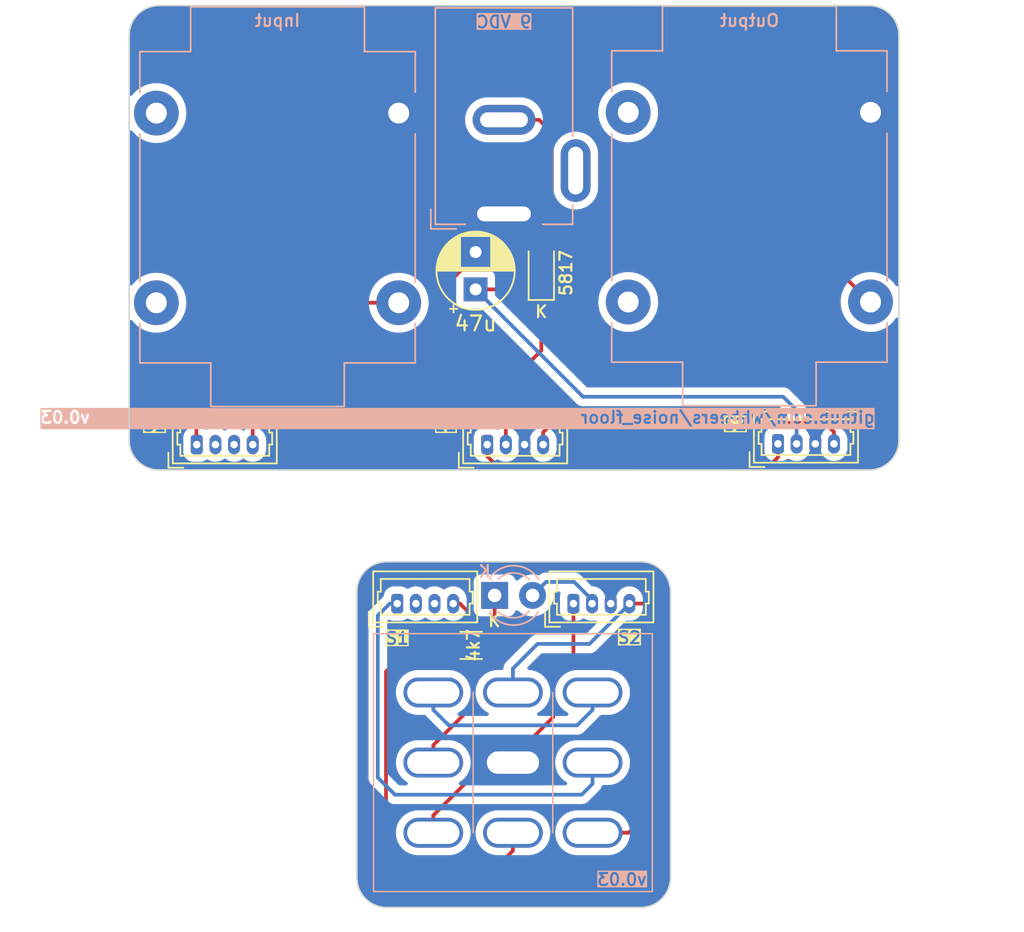
<source format=kicad_pcb>
(kicad_pcb (version 20221018) (generator pcbnew)
  (title_block (title "Noise Floor Interface Boards") (date "2023-03-03") (rev "v0.03") (comment 1 "github.com/whbeers/noise_floor"))
  (layers (0 "F.Cu" signal) (31 "B.Cu" signal) (36 "B.SilkS" user "B.Silkscreen") (37 "F.SilkS" user "F.Silkscreen") (38 "B.Mask" user) (39 "F.Mask" user) (44 "Edge.Cuts" user))
  (net 0 "")
  (net 1 "/DC_SHIELD")
  (net 2 "Net-(SW1A-A1)")
  (net 3 "/INPUT_TIP_IO")
  (net 4 "/OUTPUT_TIP_IO")
  (net 5 "/EFFECT_INPUT_IO")
  (net 6 "/9V0_IO")
  (net 7 "/EFFECT_OUTPUT_IO")
  (net 8 "/INPUT_TIP_SW")
  (net 9 "/OUTPUT_TIP_SW")
  (net 10 "/EFFECT_INPUT_SW")
  (net 11 "/GND_SW")
  (net 12 "GND")
  (net 13 "/EFFECT_OUTPUT_SW")
  (net 18 "Net-(D1-K)")
  (net 23 "/9V0_SW")
  (net 24 "Net-(SW1B-B3)")
  (footprint "Connector_Molex:Molex_PicoBlade_53047-0410_1x04_P1.25mm_Vertical" (layer "F.Cu") (at 58.4 44.7)
    (fp_text reference "J6")
    (fp_text value "IO/Switch Connector 2 (IO Side) [S2]")
    (fp_text user "S2" (at -2.85 -1.3 unlocked) (layer "F.SilkS" knockout) (effects (font (size 0.8 0.8))))
    (fp_line (start -1.9 1.55) (end -1.9 0.55) (stroke (width 0.12)) (layer "F.SilkS"))
    (fp_line (start -1.9 1.55) (end -0.9 1.55) (stroke (width 0.12)) (layer "F.SilkS"))
    (fp_line (start -1.61 -2.16) (end -1.61 1.26) (stroke (width 0.12)) (layer "F.SilkS"))
    (fp_line (start -1.61 1.26) (end 5.36 1.26) (stroke (width 0.12)) (layer "F.SilkS"))
    (fp_line (start -1.3 -0.8) (end -1.1 -0.8) (stroke (width 0.12)) (layer "F.SilkS"))
    (fp_line (start -1.3 0) (end -1.3 -0.8) (stroke (width 0.12)) (layer "F.SilkS"))
    (fp_line (start -1.1 -1.65) (end 1.875 -1.65) (stroke (width 0.12)) (layer "F.SilkS"))
    (fp_line (start -1.1 -0.8) (end -1.1 -1.65) (stroke (width 0.12)) (layer "F.SilkS"))
    (fp_line (start -1.1 0) (end -1.3 0) (stroke (width 0.12)) (layer "F.SilkS"))
    (fp_line (start -1.1 0.75) (end -1.1 0) (stroke (width 0.12)) (layer "F.SilkS"))
    (fp_line (start 1.875 0.75) (end -1.1 0.75) (stroke (width 0.12)) (layer "F.SilkS"))
    (fp_line (start 1.875 0.75) (end 4.85 0.75) (stroke (width 0.12)) (layer "F.SilkS"))
    (fp_line (start 4.85 -1.65) (end 1.875 -1.65) (stroke (width 0.12)) (layer "F.SilkS"))
    (fp_line (start 4.85 -0.8) (end 4.85 -1.65) (stroke (width 0.12)) (layer "F.SilkS"))
    (fp_line (start 4.85 0) (end 5.05 0) (stroke (width 0.12)) (layer "F.SilkS"))
    (fp_line (start 4.85 0.75) (end 4.85 0) (stroke (width 0.12)) (layer "F.SilkS"))
    (fp_line (start 5.05 -0.8) (end 4.85 -0.8) (stroke (width 0.12)) (layer "F.SilkS"))
    (fp_line (start 5.05 0) (end 5.05 -0.8) (stroke (width 0.12)) (layer "F.SilkS"))
    (fp_line (start 5.36 -2.16) (end -1.61 -2.16) (stroke (width 0.12)) (layer "F.SilkS"))
    (fp_line (start 5.36 1.26) (end 5.36 -2.16) (stroke (width 0.12)) (layer "F.SilkS"))
    (pad "1" thru_hole roundrect (at 0 0) (size 0.8 1.3) (drill 0.5) (layers "*.Cu" "*.Mask") (net 7 "/EFFECT_OUTPUT_IO"))
    (pad "2" thru_hole oval (at 1.25 0) (size 0.8 1.3) (drill 0.5) (layers "*.Cu" "*.Mask") (net 6 "/9V0_IO"))
    (pad "3" thru_hole oval (at 2.5 0) (size 0.8 1.3) (drill 0.5) (layers "*.Cu" "*.Mask") (net 12 "GND"))
    (pad "4" thru_hole oval (at 3.75 0) (size 0.8 1.3) (drill 0.5) (layers "*.Cu" "*.Mask") (net 5 "/EFFECT_INPUT_IO"))
  )
  (footprint "Connector_Molex:Molex_PicoBlade_53047-0410_1x04_P1.25mm_Vertical" (layer "F.Cu") (at 38.925 44.75)
    (fp_text reference "J4")
    (fp_text value "IO/Effect Connector 1 (IO Side) [E1]")
    (fp_text user "E1" (at -2.775 -1.3 unlocked) (layer "F.SilkS" knockout) (effects (font (size 0.8 0.8))))
    (fp_line (start -1.9 1.55) (end -1.9 0.55) (stroke (width 0.12)) (layer "F.SilkS"))
    (fp_line (start -1.9 1.55) (end -0.9 1.55) (stroke (width 0.12)) (layer "F.SilkS"))
    (fp_line (start -1.61 -2.16) (end -1.61 1.26) (stroke (width 0.12)) (layer "F.SilkS"))
    (fp_line (start -1.61 1.26) (end 5.36 1.26) (stroke (width 0.12)) (layer "F.SilkS"))
    (fp_line (start -1.3 -0.8) (end -1.1 -0.8) (stroke (width 0.12)) (layer "F.SilkS"))
    (fp_line (start -1.3 0) (end -1.3 -0.8) (stroke (width 0.12)) (layer "F.SilkS"))
    (fp_line (start -1.1 -1.65) (end 1.875 -1.65) (stroke (width 0.12)) (layer "F.SilkS"))
    (fp_line (start -1.1 -0.8) (end -1.1 -1.65) (stroke (width 0.12)) (layer "F.SilkS"))
    (fp_line (start -1.1 0) (end -1.3 0) (stroke (width 0.12)) (layer "F.SilkS"))
    (fp_line (start -1.1 0.75) (end -1.1 0) (stroke (width 0.12)) (layer "F.SilkS"))
    (fp_line (start 1.875 0.75) (end -1.1 0.75) (stroke (width 0.12)) (layer "F.SilkS"))
    (fp_line (start 1.875 0.75) (end 4.85 0.75) (stroke (width 0.12)) (layer "F.SilkS"))
    (fp_line (start 4.85 -1.65) (end 1.875 -1.65) (stroke (width 0.12)) (layer "F.SilkS"))
    (fp_line (start 4.85 -0.8) (end 4.85 -1.65) (stroke (width 0.12)) (layer "F.SilkS"))
    (fp_line (start 4.85 0) (end 5.05 0) (stroke (width 0.12)) (layer "F.SilkS"))
    (fp_line (start 4.85 0.75) (end 4.85 0) (stroke (width 0.12)) (layer "F.SilkS"))
    (fp_line (start 5.05 -0.8) (end 4.85 -0.8) (stroke (width 0.12)) (layer "F.SilkS"))
    (fp_line (start 5.05 0) (end 5.05 -0.8) (stroke (width 0.12)) (layer "F.SilkS"))
    (fp_line (start 5.36 -2.16) (end -1.61 -2.16) (stroke (width 0.12)) (layer "F.SilkS"))
    (fp_line (start 5.36 1.26) (end 5.36 -2.16) (stroke (width 0.12)) (layer "F.SilkS"))
    (pad "1" thru_hole roundrect (at 0 0) (size 0.8 1.3) (drill 0.5) (layers "*.Cu" "*.Mask") (net 7 "/EFFECT_OUTPUT_IO"))
    (pad "2" thru_hole oval (at 1.25 0) (size 0.8 1.3) (drill 0.5) (layers "*.Cu" "*.Mask") (net 6 "/9V0_IO"))
    (pad "3" thru_hole oval (at 2.5 0) (size 0.8 1.3) (drill 0.5) (layers "*.Cu" "*.Mask") (net 12 "GND"))
    (pad "4" thru_hole oval (at 3.75 0) (size 0.8 1.3) (drill 0.5) (layers "*.Cu" "*.Mask") (net 5 "/EFFECT_INPUT_IO"))
  )
  (footprint "Connector_Molex:Molex_PicoBlade_53047-0410_1x04_P1.25mm_Vertical" (layer "F.Cu") (at 19.475 44.75)
    (fp_text reference "J5")
    (fp_text value "IO/Switch Connector 1 (IO Side) [S1]")
    (fp_text user "S1" (at -2.825 -1.3 unlocked) (layer "F.SilkS" knockout) (effects (font (size 0.8 0.8))))
    (fp_line (start -1.9 1.55) (end -1.9 0.55) (stroke (width 0.12)) (layer "F.SilkS"))
    (fp_line (start -1.9 1.55) (end -0.9 1.55) (stroke (width 0.12)) (layer "F.SilkS"))
    (fp_line (start -1.61 -2.16) (end -1.61 1.26) (stroke (width 0.12)) (layer "F.SilkS"))
    (fp_line (start -1.61 1.26) (end 5.36 1.26) (stroke (width 0.12)) (layer "F.SilkS"))
    (fp_line (start -1.3 -0.8) (end -1.1 -0.8) (stroke (width 0.12)) (layer "F.SilkS"))
    (fp_line (start -1.3 0) (end -1.3 -0.8) (stroke (width 0.12)) (layer "F.SilkS"))
    (fp_line (start -1.1 -1.65) (end 1.875 -1.65) (stroke (width 0.12)) (layer "F.SilkS"))
    (fp_line (start -1.1 -0.8) (end -1.1 -1.65) (stroke (width 0.12)) (layer "F.SilkS"))
    (fp_line (start -1.1 0) (end -1.3 0) (stroke (width 0.12)) (layer "F.SilkS"))
    (fp_line (start -1.1 0.75) (end -1.1 0) (stroke (width 0.12)) (layer "F.SilkS"))
    (fp_line (start 1.875 0.75) (end -1.1 0.75) (stroke (width 0.12)) (layer "F.SilkS"))
    (fp_line (start 1.875 0.75) (end 4.85 0.75) (stroke (width 0.12)) (layer "F.SilkS"))
    (fp_line (start 4.85 -1.65) (end 1.875 -1.65) (stroke (width 0.12)) (layer "F.SilkS"))
    (fp_line (start 4.85 -0.8) (end 4.85 -1.65) (stroke (width 0.12)) (layer "F.SilkS"))
    (fp_line (start 4.85 0) (end 5.05 0) (stroke (width 0.12)) (layer "F.SilkS"))
    (fp_line (start 4.85 0.75) (end 4.85 0) (stroke (width 0.12)) (layer "F.SilkS"))
    (fp_line (start 5.05 -0.8) (end 4.85 -0.8) (stroke (width 0.12)) (layer "F.SilkS"))
    (fp_line (start 5.05 0) (end 5.05 -0.8) (stroke (width 0.12)) (layer "F.SilkS"))
    (fp_line (start 5.36 -2.16) (end -1.61 -2.16) (stroke (width 0.12)) (layer "F.SilkS"))
    (fp_line (start 5.36 1.26) (end 5.36 -2.16) (stroke (width 0.12)) (layer "F.SilkS"))
    (pad "1" thru_hole roundrect (at 0 0) (size 0.8 1.3) (drill 0.5) (layers "*.Cu" "*.Mask") (net 3 "/INPUT_TIP_IO"))
    (pad "2" thru_hole oval (at 1.25 0) (size 0.8 1.3) (drill 0.5) (layers "*.Cu" "*.Mask"))
    (pad "3" thru_hole oval (at 2.5 0) (size 0.8 1.3) (drill 0.5) (layers "*.Cu" "*.Mask"))
    (pad "4" thru_hole oval (at 3.75 0) (size 0.8 1.3) (drill 0.5) (layers "*.Cu" "*.Mask") (net 4 "/OUTPUT_TIP_IO"))
  )
  (footprint "Connector_Molex:Molex_PicoBlade_53047-0410_1x04_P1.25mm_Vertical" (layer "F.Cu") (at 44.7 55.4)
    (fp_text reference "J8")
    (fp_text value "IO/Switch Connector 2 (Switch Side) [S2]")
    (fp_text user "S2" (at 3.75 2.75 unlocked) (layer "F.SilkS" knockout) (effects (font (size 0.8 0.8)) (justify bottom)))
    (fp_line (start -1.9 1.55) (end -1.9 0.55) (stroke (width 0.12)) (layer "F.SilkS"))
    (fp_line (start -1.9 1.55) (end -0.9 1.55) (stroke (width 0.12)) (layer "F.SilkS"))
    (fp_line (start -1.61 -2.16) (end -1.61 1.26) (stroke (width 0.12)) (layer "F.SilkS"))
    (fp_line (start -1.61 1.26) (end 5.36 1.26) (stroke (width 0.12)) (layer "F.SilkS"))
    (fp_line (start -1.3 -0.8) (end -1.1 -0.8) (stroke (width 0.12)) (layer "F.SilkS"))
    (fp_line (start -1.3 0) (end -1.3 -0.8) (stroke (width 0.12)) (layer "F.SilkS"))
    (fp_line (start -1.1 -1.65) (end 1.875 -1.65) (stroke (width 0.12)) (layer "F.SilkS"))
    (fp_line (start -1.1 -0.8) (end -1.1 -1.65) (stroke (width 0.12)) (layer "F.SilkS"))
    (fp_line (start -1.1 0) (end -1.3 0) (stroke (width 0.12)) (layer "F.SilkS"))
    (fp_line (start -1.1 0.75) (end -1.1 0) (stroke (width 0.12)) (layer "F.SilkS"))
    (fp_line (start 1.875 0.75) (end -1.1 0.75) (stroke (width 0.12)) (layer "F.SilkS"))
    (fp_line (start 1.875 0.75) (end 4.85 0.75) (stroke (width 0.12)) (layer "F.SilkS"))
    (fp_line (start 4.85 -1.65) (end 1.875 -1.65) (stroke (width 0.12)) (layer "F.SilkS"))
    (fp_line (start 4.85 -0.8) (end 4.85 -1.65) (stroke (width 0.12)) (layer "F.SilkS"))
    (fp_line (start 4.85 0) (end 5.05 0) (stroke (width 0.12)) (layer "F.SilkS"))
    (fp_line (start 4.85 0.75) (end 4.85 0) (stroke (width 0.12)) (layer "F.SilkS"))
    (fp_line (start 5.05 -0.8) (end 4.85 -0.8) (stroke (width 0.12)) (layer "F.SilkS"))
    (fp_line (start 5.05 0) (end 5.05 -0.8) (stroke (width 0.12)) (layer "F.SilkS"))
    (fp_line (start 5.36 -2.16) (end -1.61 -2.16) (stroke (width 0.12)) (layer "F.SilkS"))
    (fp_line (start 5.36 1.26) (end 5.36 -2.16) (stroke (width 0.12)) (layer "F.SilkS"))
    (pad "1" thru_hole roundrect (at 0 0) (size 0.8 1.3) (drill 0.5) (layers "*.Cu" "*.Mask") (net 13 "/EFFECT_OUTPUT_SW"))
    (pad "2" thru_hole oval (at 1.25 0) (size 0.8 1.3) (drill 0.5) (layers "*.Cu" "*.Mask") (net 23 "/9V0_SW"))
    (pad "3" thru_hole oval (at 2.5 0) (size 0.8 1.3) (drill 0.5) (layers "*.Cu" "*.Mask") (net 11 "/GND_SW"))
    (pad "4" thru_hole oval (at 3.75 0) (size 0.8 1.3) (drill 0.5) (layers "*.Cu" "*.Mask") (net 10 "/EFFECT_INPUT_SW"))
  )
  (footprint "Connector_Molex:Molex_PicoBlade_53047-0410_1x04_P1.25mm_Vertical" (layer "F.Cu") (at 32.9 55.4)
    (fp_text reference "J7")
    (fp_text value "IO/Switch Connector 1 (Switch Side) [S1]")
    (fp_text user "S1" (at 0 2.8 unlocked) (layer "F.SilkS" knockout) (effects (font (size 0.8 0.8)) (justify bottom)))
    (fp_line (start -1.9 1.55) (end -1.9 0.55) (stroke (width 0.12)) (layer "F.SilkS"))
    (fp_line (start -1.9 1.55) (end -0.9 1.55) (stroke (width 0.12)) (layer "F.SilkS"))
    (fp_line (start -1.61 -2.16) (end -1.61 1.26) (stroke (width 0.12)) (layer "F.SilkS"))
    (fp_line (start -1.61 1.26) (end 5.36 1.26) (stroke (width 0.12)) (layer "F.SilkS"))
    (fp_line (start -1.3 -0.8) (end -1.1 -0.8) (stroke (width 0.12)) (layer "F.SilkS"))
    (fp_line (start -1.3 0) (end -1.3 -0.8) (stroke (width 0.12)) (layer "F.SilkS"))
    (fp_line (start -1.1 -1.65) (end 1.875 -1.65) (stroke (width 0.12)) (layer "F.SilkS"))
    (fp_line (start -1.1 -0.8) (end -1.1 -1.65) (stroke (width 0.12)) (layer "F.SilkS"))
    (fp_line (start -1.1 0) (end -1.3 0) (stroke (width 0.12)) (layer "F.SilkS"))
    (fp_line (start -1.1 0.75) (end -1.1 0) (stroke (width 0.12)) (layer "F.SilkS"))
    (fp_line (start 1.875 0.75) (end -1.1 0.75) (stroke (width 0.12)) (layer "F.SilkS"))
    (fp_line (start 1.875 0.75) (end 4.85 0.75) (stroke (width 0.12)) (layer "F.SilkS"))
    (fp_line (start 4.85 -1.65) (end 1.875 -1.65) (stroke (width 0.12)) (layer "F.SilkS"))
    (fp_line (start 4.85 -0.8) (end 4.85 -1.65) (stroke (width 0.12)) (layer "F.SilkS"))
    (fp_line (start 4.85 0) (end 5.05 0) (stroke (width 0.12)) (layer "F.SilkS"))
    (fp_line (start 4.85 0.75) (end 4.85 0) (stroke (width 0.12)) (layer "F.SilkS"))
    (fp_line (start 5.05 -0.8) (end 4.85 -0.8) (stroke (width 0.12)) (layer "F.SilkS"))
    (fp_line (start 5.05 0) (end 5.05 -0.8) (stroke (width 0.12)) (layer "F.SilkS"))
    (fp_line (start 5.36 -2.16) (end -1.61 -2.16) (stroke (width 0.12)) (layer "F.SilkS"))
    (fp_line (start 5.36 1.26) (end 5.36 -2.16) (stroke (width 0.12)) (layer "F.SilkS"))
    (pad "1" thru_hole roundrect (at 0 0) (size 0.8 1.3) (drill 0.5) (layers "*.Cu" "*.Mask") (net 8 "/INPUT_TIP_SW"))
    (pad "2" thru_hole oval (at 1.25 0) (size 0.8 1.3) (drill 0.5) (layers "*.Cu" "*.Mask"))
    (pad "3" thru_hole oval (at 2.5 0) (size 0.8 1.3) (drill 0.5) (layers "*.Cu" "*.Mask"))
    (pad "4" thru_hole oval (at 3.75 0) (size 0.8 1.3) (drill 0.5) (layers "*.Cu" "*.Mask") (net 9 "/OUTPUT_TIP_SW"))
  )
  (footprint "Resistor_SMD:R_1206_3216Metric_Pad1.30x1.75mm_HandSolder" (layer "F.Cu") (at 37.85 58.2 180)
    (fp_text reference "R1")
    (fp_text value "4k7" (at -0.15 0 270) (layer "F.SilkS") (effects (font (size 0.8 0.8))))
    (fp_line (start -0.727064 -0.91) (end 0.727064 -0.91) (stroke (width 0.12)) (layer "F.SilkS"))
    (fp_line (start -0.727064 0.91) (end 0.727064 0.91) (stroke (width 0.12)) (layer "F.SilkS"))
    (pad "1" smd roundrect (at -1.55 0 180) (size 1.3 1.75) (layers "F.Cu" "F.Paste" "F.Mask") (roundrect_rratio 0.192308) (net 18 "Net-(D1-K)"))
    (pad "2" smd roundrect (at 1.55 0 180) (size 1.3 1.75) (layers "F.Cu" "F.Paste" "F.Mask") (roundrect_rratio 0.192308) (net 24 "Net-(SW1B-B3)"))
  )
  (footprint "Capacitor_THT:CP_Radial_D5.0mm_P2.50mm" (layer "F.Cu") (at 38.15 34.355113 90)
    (fp_text reference "C1")
    (fp_text value "47u" (at -2.294887 0 180) (layer "F.SilkS"))
    (fp_line (start -1.554775 -1.475) (end -1.054775 -1.475) (stroke (width 0.12)) (layer "F.SilkS"))
    (fp_line (start -1.304775 -1.725) (end -1.304775 -1.225) (stroke (width 0.12)) (layer "F.SilkS"))
    (fp_line (start 1.25 -2.58) (end 1.25 2.58) (stroke (width 0.12)) (layer "F.SilkS"))
    (fp_line (start 1.29 -2.58) (end 1.29 2.58) (stroke (width 0.12)) (layer "F.SilkS"))
    (fp_line (start 1.33 -2.579) (end 1.33 2.579) (stroke (width 0.12)) (layer "F.SilkS"))
    (fp_line (start 1.37 -2.578) (end 1.37 2.578) (stroke (width 0.12)) (layer "F.SilkS"))
    (fp_line (start 1.41 -2.576) (end 1.41 2.576) (stroke (width 0.12)) (layer "F.SilkS"))
    (fp_line (start 1.45 -2.573) (end 1.45 2.573) (stroke (width 0.12)) (layer "F.SilkS"))
    (fp_line (start 1.49 -2.569) (end 1.49 -1.04) (stroke (width 0.12)) (layer "F.SilkS"))
    (fp_line (start 1.49 1.04) (end 1.49 2.569) (stroke (width 0.12)) (layer "F.SilkS"))
    (fp_line (start 1.53 -2.565) (end 1.53 -1.04) (stroke (width 0.12)) (layer "F.SilkS"))
    (fp_line (start 1.53 1.04) (end 1.53 2.565) (stroke (width 0.12)) (layer "F.SilkS"))
    (fp_line (start 1.57 -2.561) (end 1.57 -1.04) (stroke (width 0.12)) (layer "F.SilkS"))
    (fp_line (start 1.57 1.04) (end 1.57 2.561) (stroke (width 0.12)) (layer "F.SilkS"))
    (fp_line (start 1.61 -2.556) (end 1.61 -1.04) (stroke (width 0.12)) (layer "F.SilkS"))
    (fp_line (start 1.61 1.04) (end 1.61 2.556) (stroke (width 0.12)) (layer "F.SilkS"))
    (fp_line (start 1.65 -2.55) (end 1.65 -1.04) (stroke (width 0.12)) (layer "F.SilkS"))
    (fp_line (start 1.65 1.04) (end 1.65 2.55) (stroke (width 0.12)) (layer "F.SilkS"))
    (fp_line (start 1.69 -2.543) (end 1.69 -1.04) (stroke (width 0.12)) (layer "F.SilkS"))
    (fp_line (start 1.69 1.04) (end 1.69 2.543) (stroke (width 0.12)) (layer "F.SilkS"))
    (fp_line (start 1.73 -2.536) (end 1.73 -1.04) (stroke (width 0.12)) (layer "F.SilkS"))
    (fp_line (start 1.73 1.04) (end 1.73 2.536) (stroke (width 0.12)) (layer "F.SilkS"))
    (fp_line (start 1.77 -2.528) (end 1.77 -1.04) (stroke (width 0.12)) (layer "F.SilkS"))
    (fp_line (start 1.77 1.04) (end 1.77 2.528) (stroke (width 0.12)) (layer "F.SilkS"))
    (fp_line (start 1.81 -2.52) (end 1.81 -1.04) (stroke (width 0.12)) (layer "F.SilkS"))
    (fp_line (start 1.81 1.04) (end 1.81 2.52) (stroke (width 0.12)) (layer "F.SilkS"))
    (fp_line (start 1.85 -2.511) (end 1.85 -1.04) (stroke (width 0.12)) (layer "F.SilkS"))
    (fp_line (start 1.85 1.04) (end 1.85 2.511) (stroke (width 0.12)) (layer "F.SilkS"))
    (fp_line (start 1.89 -2.501) (end 1.89 -1.04) (stroke (width 0.12)) (layer "F.SilkS"))
    (fp_line (start 1.89 1.04) (end 1.89 2.501) (stroke (width 0.12)) (layer "F.SilkS"))
    (fp_line (start 1.93 -2.491) (end 1.93 -1.04) (stroke (width 0.12)) (layer "F.SilkS"))
    (fp_line (start 1.93 1.04) (end 1.93 2.491) (stroke (width 0.12)) (layer "F.SilkS"))
    (fp_line (start 1.971 -2.48) (end 1.971 -1.04) (stroke (width 0.12)) (layer "F.SilkS"))
    (fp_line (start 1.971 1.04) (end 1.971 2.48) (stroke (width 0.12)) (layer "F.SilkS"))
    (fp_line (start 2.011 -2.468) (end 2.011 -1.04) (stroke (width 0.12)) (layer "F.SilkS"))
    (fp_line (start 2.011 1.04) (end 2.011 2.468) (stroke (width 0.12)) (layer "F.SilkS"))
    (fp_line (start 2.051 -2.455) (end 2.051 -1.04) (stroke (width 0.12)) (layer "F.SilkS"))
    (fp_line (start 2.051 1.04) (end 2.051 2.455) (stroke (width 0.12)) (layer "F.SilkS"))
    (fp_line (start 2.091 -2.442) (end 2.091 -1.04) (stroke (width 0.12)) (layer "F.SilkS"))
    (fp_line (start 2.091 1.04) (end 2.091 2.442) (stroke (width 0.12)) (layer "F.SilkS"))
    (fp_line (start 2.131 -2.428) (end 2.131 -1.04) (stroke (width 0.12)) (layer "F.SilkS"))
    (fp_line (start 2.131 1.04) (end 2.131 2.428) (stroke (width 0.12)) (layer "F.SilkS"))
    (fp_line (start 2.171 -2.414) (end 2.171 -1.04) (stroke (width 0.12)) (layer "F.SilkS"))
    (fp_line (start 2.171 1.04) (end 2.171 2.414) (stroke (width 0.12)) (layer "F.SilkS"))
    (fp_line (start 2.211 -2.398) (end 2.211 -1.04) (stroke (width 0.12)) (layer "F.SilkS"))
    (fp_line (start 2.211 1.04) (end 2.211 2.398) (stroke (width 0.12)) (layer "F.SilkS"))
    (fp_line (start 2.251 -2.382) (end 2.251 -1.04) (stroke (width 0.12)) (layer "F.SilkS"))
    (fp_line (start 2.251 1.04) (end 2.251 2.382) (stroke (width 0.12)) (layer "F.SilkS"))
    (fp_line (start 2.291 -2.365) (end 2.291 -1.04) (stroke (width 0.12)) (layer "F.SilkS"))
    (fp_line (start 2.291 1.04) (end 2.291 2.365) (stroke (width 0.12)) (layer "F.SilkS"))
    (fp_line (start 2.331 -2.348) (end 2.331 -1.04) (stroke (width 0.12)) (layer "F.SilkS"))
    (fp_line (start 2.331 1.04) (end 2.331 2.348) (stroke (width 0.12)) (layer "F.SilkS"))
    (fp_line (start 2.371 -2.329) (end 2.371 -1.04) (stroke (width 0.12)) (layer "F.SilkS"))
    (fp_line (start 2.371 1.04) (end 2.371 2.329) (stroke (width 0.12)) (layer "F.SilkS"))
    (fp_line (start 2.411 -2.31) (end 2.411 -1.04) (stroke (width 0.12)) (layer "F.SilkS"))
    (fp_line (start 2.411 1.04) (end 2.411 2.31) (stroke (width 0.12)) (layer "F.SilkS"))
    (fp_line (start 2.451 -2.29) (end 2.451 -1.04) (stroke (width 0.12)) (layer "F.SilkS"))
    (fp_line (start 2.451 1.04) (end 2.451 2.29) (stroke (width 0.12)) (layer "F.SilkS"))
    (fp_line (start 2.491 -2.268) (end 2.491 -1.04) (stroke (width 0.12)) (layer "F.SilkS"))
    (fp_line (start 2.491 1.04) (end 2.491 2.268) (stroke (width 0.12)) (layer "F.SilkS"))
    (fp_line (start 2.531 -2.247) (end 2.531 -1.04) (stroke (width 0.12)) (layer "F.SilkS"))
    (fp_line (start 2.531 1.04) (end 2.531 2.247) (stroke (width 0.12)) (layer "F.SilkS"))
    (fp_line (start 2.571 -2.224) (end 2.571 -1.04) (stroke (width 0.12)) (layer "F.SilkS"))
    (fp_line (start 2.571 1.04) (end 2.571 2.224) (stroke (width 0.12)) (layer "F.SilkS"))
    (fp_line (start 2.611 -2.2) (end 2.611 -1.04) (stroke (width 0.12)) (layer "F.SilkS"))
    (fp_line (start 2.611 1.04) (end 2.611 2.2) (stroke (width 0.12)) (layer "F.SilkS"))
    (fp_line (start 2.651 -2.175) (end 2.651 -1.04) (stroke (width 0.12)) (layer "F.SilkS"))
    (fp_line (start 2.651 1.04) (end 2.651 2.175) (stroke (width 0.12)) (layer "F.SilkS"))
    (fp_line (start 2.691 -2.149) (end 2.691 -1.04) (stroke (width 0.12)) (layer "F.SilkS"))
    (fp_line (start 2.691 1.04) (end 2.691 2.149) (stroke (width 0.12)) (layer "F.SilkS"))
    (fp_line (start 2.731 -2.122) (end 2.731 -1.04) (stroke (width 0.12)) (layer "F.SilkS"))
    (fp_line (start 2.731 1.04) (end 2.731 2.122) (stroke (width 0.12)) (layer "F.SilkS"))
    (fp_line (start 2.771 -2.095) (end 2.771 -1.04) (stroke (width 0.12)) (layer "F.SilkS"))
    (fp_line (start 2.771 1.04) (end 2.771 2.095) (stroke (width 0.12)) (layer "F.SilkS"))
    (fp_line (start 2.811 -2.065) (end 2.811 -1.04) (stroke (width 0.12)) (layer "F.SilkS"))
    (fp_line (start 2.811 1.04) (end 2.811 2.065) (stroke (width 0.12)) (layer "F.SilkS"))
    (fp_line (start 2.851 -2.035) (end 2.851 -1.04) (stroke (width 0.12)) (layer "F.SilkS"))
    (fp_line (start 2.851 1.04) (end 2.851 2.035) (stroke (width 0.12)) (layer "F.SilkS"))
    (fp_line (start 2.891 -2.004) (end 2.891 -1.04) (stroke (width 0.12)) (layer "F.SilkS"))
    (fp_line (start 2.891 1.04) (end 2.891 2.004) (stroke (width 0.12)) (layer "F.SilkS"))
    (fp_line (start 2.931 -1.971) (end 2.931 -1.04) (stroke (width 0.12)) (layer "F.SilkS"))
    (fp_line (start 2.931 1.04) (end 2.931 1.971) (stroke (width 0.12)) (layer "F.SilkS"))
    (fp_line (start 2.971 -1.937) (end 2.971 -1.04) (stroke (width 0.12)) (layer "F.SilkS"))
    (fp_line (start 2.971 1.04) (end 2.971 1.937) (stroke (width 0.12)) (layer "F.SilkS"))
    (fp_line (start 3.011 -1.901) (end 3.011 -1.04) (stroke (width 0.12)) (layer "F.SilkS"))
    (fp_line (start 3.011 1.04) (end 3.011 1.901) (stroke (width 0.12)) (layer "F.SilkS"))
    (fp_line (start 3.051 -1.864) (end 3.051 -1.04) (stroke (width 0.12)) (layer "F.SilkS"))
    (fp_line (start 3.051 1.04) (end 3.051 1.864) (stroke (width 0.12)) (layer "F.SilkS"))
    (fp_line (start 3.091 -1.826) (end 3.091 -1.04) (stroke (width 0.12)) (layer "F.SilkS"))
    (fp_line (start 3.091 1.04) (end 3.091 1.826) (stroke (width 0.12)) (layer "F.SilkS"))
    (fp_line (start 3.131 -1.785) (end 3.131 -1.04) (stroke (width 0.12)) (layer "F.SilkS"))
    (fp_line (start 3.131 1.04) (end 3.131 1.785) (stroke (width 0.12)) (layer "F.SilkS"))
    (fp_line (start 3.171 -1.743) (end 3.171 -1.04) (stroke (width 0.12)) (layer "F.SilkS"))
    (fp_line (start 3.171 1.04) (end 3.171 1.743) (stroke (width 0.12)) (layer "F.SilkS"))
    (fp_line (start 3.211 -1.699) (end 3.211 -1.04) (stroke (width 0.12)) (layer "F.SilkS"))
    (fp_line (start 3.211 1.04) (end 3.211 1.699) (stroke (width 0.12)) (layer "F.SilkS"))
    (fp_line (start 3.251 -1.653) (end 3.251 -1.04) (stroke (width 0.12)) (layer "F.SilkS"))
    (fp_line (start 3.251 1.04) (end 3.251 1.653) (stroke (width 0.12)) (layer "F.SilkS"))
    (fp_line (start 3.291 -1.605) (end 3.291 -1.04) (stroke (width 0.12)) (layer "F.SilkS"))
    (fp_line (start 3.291 1.04) (end 3.291 1.605) (stroke (width 0.12)) (layer "F.SilkS"))
    (fp_line (start 3.331 -1.554) (end 3.331 -1.04) (stroke (width 0.12)) (layer "F.SilkS"))
    (fp_line (start 3.331 1.04) (end 3.331 1.554) (stroke (width 0.12)) (layer "F.SilkS"))
    (fp_line (start 3.371 -1.5) (end 3.371 -1.04) (stroke (width 0.12)) (layer "F.SilkS"))
    (fp_line (start 3.371 1.04) (end 3.371 1.5) (stroke (width 0.12)) (layer "F.SilkS"))
    (fp_line (start 3.411 -1.443) (end 3.411 -1.04) (stroke (width 0.12)) (layer "F.SilkS"))
    (fp_line (start 3.411 1.04) (end 3.411 1.443) (stroke (width 0.12)) (layer "F.SilkS"))
    (fp_line (start 3.451 -1.383) (end 3.451 -1.04) (stroke (width 0.12)) (layer "F.SilkS"))
    (fp_line (start 3.451 1.04) (end 3.451 1.383) (stroke (width 0.12)) (layer "F.SilkS"))
    (fp_line (start 3.491 -1.319) (end 3.491 -1.04) (stroke (width 0.12)) (layer "F.SilkS"))
    (fp_line (start 3.491 1.04) (end 3.491 1.319) (stroke (width 0.12)) (layer "F.SilkS"))
    (fp_line (start 3.531 -1.251) (end 3.531 -1.04) (stroke (width 0.12)) (layer "F.SilkS"))
    (fp_line (start 3.531 1.04) (end 3.531 1.251) (stroke (width 0.12)) (layer "F.SilkS"))
    (fp_line (start 3.571 -1.178) (end 3.571 1.178) (stroke (width 0.12)) (layer "F.SilkS"))
    (fp_line (start 3.611 -1.098) (end 3.611 1.098) (stroke (width 0.12)) (layer "F.SilkS"))
    (fp_line (start 3.651 -1.011) (end 3.651 1.011) (stroke (width 0.12)) (layer "F.SilkS"))
    (fp_line (start 3.691 -0.915) (end 3.691 0.915) (stroke (width 0.12)) (layer "F.SilkS"))
    (fp_line (start 3.731 -0.805) (end 3.731 0.805) (stroke (width 0.12)) (layer "F.SilkS"))
    (fp_line (start 3.771 -0.677) (end 3.771 0.677) (stroke (width 0.12)) (layer "F.SilkS"))
    (fp_line (start 3.811 -0.518) (end 3.811 0.518) (stroke (width 0.12)) (layer "F.SilkS"))
    (fp_line (start 3.851 -0.284) (end 3.851 0.284) (stroke (width 0.12)) (layer "F.SilkS"))
    (fp_circle (center 1.25 0) (end 3.87 0) (stroke (width 0.12)) (fill none) (layer "F.SilkS"))
    (pad "1" thru_hole rect (at 0 0 90) (size 1.6 1.6) (drill 0.8) (layers "*.Cu" "*.Mask") (net 6 "/9V0_IO"))
    (pad "2" thru_hole circle (at 2.5 0 90) (size 1.6 1.6) (drill 0.8) (layers "*.Cu" "*.Mask") (net 12 "GND"))
  )
  (footprint "Diode_SMD:D_SOD-323_HandSoldering" (layer "F.Cu") (at 42.55 33.055113 90)
    (fp_text reference "D2")
    (fp_text value "B5817WS")
    (fp_text user "5817" (at -0.2 1.65 90 unlocked) (layer "F.SilkS") (effects (font (size 0.8 0.8))))
    (fp_text user "K" (at -2.8 0 unlocked) (layer "F.SilkS") (effects (font (size 0.8 0.8))))
    (fp_line (start -2.01 -0.85) (end -2.01 0.85) (stroke (width 0.12)) (layer "F.SilkS"))
    (fp_line (start -2.01 -0.85) (end 1.25 -0.85) (stroke (width 0.12)) (layer "F.SilkS"))
    (fp_line (start -2.01 0.85) (end 1.25 0.85) (stroke (width 0.12)) (layer "F.SilkS"))
    (pad "1" smd roundrect (at -1.25 0 90) (size 1 1) (layers "F.Cu" "F.Paste" "F.Mask") (net 6 "/9V0_IO"))
    (pad "2" smd roundrect (at 1.25 0 90) (size 1 1) (layers "F.Cu" "F.Paste" "F.Mask") (net 1 "/DC_SHIELD"))
  )
  (footprint "Connector_Audio:Jack_6.35mm_Neutrik_NMJ4HCD2_Horizontal" (layer "B.Cu") (at 33 35.25 90)
    (fp_text reference "J1")
    (fp_text value "Input" (at 18.9 -8.115) (layer "B.SilkS" knockout) (effects (font (size 0.8 0.8)) (justify mirror)))
    (fp_line (start -6.95 -12.585) (end -4.03 -12.585) (stroke (width 0.12)) (layer "B.SilkS"))
    (fp_line (start -6.95 -12.545) (end -6.95 -3.645) (stroke (width 0.12)) (layer "B.SilkS"))
    (fp_line (start -6.95 -3.645) (end -4.03 -3.645) (stroke (width 0.12)) (layer "B.SilkS"))
    (fp_line (start -4.03 -17.335) (end -4.03 -12.585) (stroke (width 0.12)) (layer "B.SilkS"))
    (fp_line (start -4.03 -3.645) (end -4.03 1.105) (stroke (width 0.12)) (layer "B.SilkS"))
    (fp_line (start -4.03 1.105) (end -1.4 1.105) (stroke (width 0.12)) (layer "B.SilkS"))
    (fp_line (start -1.4 -17.335) (end -4.03 -17.335) (stroke (width 0.12)) (layer "B.SilkS"))
    (fp_line (start 1.4 1.105) (end 11.3 1.105) (stroke (width 0.12)) (layer "B.SilkS"))
    (fp_line (start 11.3 -17.335) (end 1.4 -17.335) (stroke (width 0.12)) (layer "B.SilkS"))
    (fp_line (start 16.82 -17.335) (end 14.1 -17.335) (stroke (width 0.12)) (layer "B.SilkS"))
    (fp_line (start 16.82 -17.335) (end 16.82 -13.935) (stroke (width 0.12)) (layer "B.SilkS"))
    (fp_line (start 16.82 -13.935) (end 19.82 -13.935) (stroke (width 0.12)) (layer "B.SilkS"))
    (fp_line (start 16.82 -2.295) (end 16.82 1.105) (stroke (width 0.12)) (layer "B.SilkS"))
    (fp_line (start 16.82 -2.295) (end 19.82 -2.295) (stroke (width 0.12)) (layer "B.SilkS"))
    (fp_line (start 16.82 1.105) (end 14.1 1.105) (stroke (width 0.12)) (layer "B.SilkS"))
    (fp_line (start 19.82 -13.935) (end 19.82 -2.295) (stroke (width 0.12)) (layer "B.SilkS"))
    (pad "S" thru_hole circle (at 12.7 0 90) (size 3 3) (drill 1.4) (layers "*.Cu" "*.Mask") (net 12 "GND"))
    (pad "SN" thru_hole circle (at 12.7 -16.23 90) (size 3 3) (drill 1.4) (layers "*.Cu" "*.Mask"))
    (pad "T" thru_hole circle (at 0 0 90) (size 3 3) (drill 1.4) (layers "*.Cu" "*.Mask") (net 3 "/INPUT_TIP_IO"))
    (pad "TN" thru_hole circle (at 0 -16.23 90) (size 3 3) (drill 1.4) (layers "*.Cu" "*.Mask"))
  )
  (footprint "noise_floor:SW_3PDT_SOLDER_LUGS" (layer "B.Cu") (at 40.65 66.049 180)
    (fp_text reference "SW1")
    (fp_text value "Footswitch")
    (fp_line (start -2.667 4.699) (end -2.667 -4.699) (stroke (width 0.1)) (layer "B.SilkS"))
    (fp_line (start 2.667 4.699) (end 2.667 -4.699) (stroke (width 0.1)) (layer "B.SilkS"))
    (fp_rect (start -9.3345 8.636) (end 9.3345 -8.636) (stroke (width 0.1)) (fill none) (layer "B.SilkS"))
    (pad "1" thru_hole oval (at -5.334 4.699 180) (size 4 2) (drill oval 3.5 1.5) (layers "*.Cu" "*.Mask") (net 2 "Net-(SW1A-A1)"))
    (pad "2" thru_hole oval (at -5.334 0 180) (size 4 2) (drill oval 3.5 1.5) (layers "*.Cu" "*.Mask") (net 8 "/INPUT_TIP_SW"))
    (pad "3" thru_hole oval (at -5.334 -4.699 180) (size 4 2) (drill oval 3.5 1.5) (layers "*.Cu" "*.Mask") (net 10 "/EFFECT_INPUT_SW"))
    (pad "4" thru_hole oval (at 0 4.699 180) (size 4 2) (drill oval 3.5 1.5) (layers "*.Cu" "*.Mask") (net 10 "/EFFECT_INPUT_SW"))
    (pad "5" thru_hole oval (at 0 0 180) (size 4 2) (drill oval 3.5 1.5) (layers "*.Cu" "*.Mask") (net 11 "/GND_SW"))
    (pad "6" thru_hole oval (at 0 -4.699 180) (size 4 2) (drill oval 3.5 1.5) (layers "*.Cu" "*.Mask") (net 24 "Net-(SW1B-B3)"))
    (pad "7" thru_hole oval (at 5.334 4.699 180) (size 4 2) (drill oval 3.5 1.5) (layers "*.Cu" "*.Mask") (net 2 "Net-(SW1A-A1)"))
    (pad "8" thru_hole oval (at 5.334 0 180) (size 4 2) (drill oval 3.5 1.5) (layers "*.Cu" "*.Mask") (net 9 "/OUTPUT_TIP_SW"))
    (pad "9" thru_hole oval (at 5.334 -4.699 180) (size 4 2) (drill oval 3.5 1.5) (layers "*.Cu" "*.Mask") (net 13 "/EFFECT_OUTPUT_SW"))
  )
  (footprint "Connector_BarrelJack:BarrelJack_GCT_DCJ200-10-A_Horizontal" (layer "B.Cu") (at 40.05 29.3)
    (fp_text reference "J3")
    (fp_text value "DC Power")
    (fp_text user "9 VDC" (at 0 -12.85) (layer "B.SilkS" knockout) (effects (font (size 0.8 0.8)) (justify mirror)))
    (fp_line (start -4.9 1) (end -4.9 -0.3) (stroke (width 0.12)) (layer "B.SilkS"))
    (fp_line (start -4.6 -13.8) (end -4.6 0.7) (stroke (width 0.12)) (layer "B.SilkS"))
    (fp_line (start -4.6 0.7) (end -2.6 0.7) (stroke (width 0.12)) (layer "B.SilkS"))
    (fp_line (start -3.2 1) (end -4.9 1) (stroke (width 0.12)) (layer "B.SilkS"))
    (fp_line (start 2.6 0.7) (end 4.6 0.7) (stroke (width 0.12)) (layer "B.SilkS"))
    (fp_line (start 4.6 -13.8) (end -4.6 -13.8) (stroke (width 0.12)) (layer "B.SilkS"))
    (fp_line (start 4.6 -5.2) (end 4.6 -13.8) (stroke (width 0.12)) (layer "B.SilkS"))
    (fp_line (start 4.6 0.7) (end 4.6 -0.6) (stroke (width 0.12)) (layer "B.SilkS"))
    (pad "1" thru_hole rect (at 0 0) (size 4.6 2) (drill oval 3.6 1) (layers "*.Cu" "*.Mask") (net 12 "GND"))
    (pad "2" thru_hole oval (at 0 -6.3) (size 4.2 2) (drill oval 3.2 1) (layers "*.Cu" "*.Mask") (net 1 "/DC_SHIELD"))
    (pad "3" thru_hole oval (at 4.8 -2.9) (size 2 4.2) (drill oval 1 3.2) (layers "*.Cu" "*.Mask"))
  )
  (footprint "Connector_Audio:Jack_6.35mm_Neutrik_NMJ4HCD2_Horizontal" (layer "B.Cu") (at 64.6 35.2 90)
    (fp_text reference "J2")
    (fp_text value "Output" (at 18.85 -8.1) (layer "B.SilkS" knockout) (effects (font (size 0.8 0.8)) (justify mirror)))
    (fp_line (start -6.95 -12.585) (end -4.03 -12.585) (stroke (width 0.12)) (layer "B.SilkS"))
    (fp_line (start -6.95 -12.545) (end -6.95 -3.645) (stroke (width 0.12)) (layer "B.SilkS"))
    (fp_line (start -6.95 -3.645) (end -4.03 -3.645) (stroke (width 0.12)) (layer "B.SilkS"))
    (fp_line (start -4.03 -17.335) (end -4.03 -12.585) (stroke (width 0.12)) (layer "B.SilkS"))
    (fp_line (start -4.03 -3.645) (end -4.03 1.105) (stroke (width 0.12)) (layer "B.SilkS"))
    (fp_line (start -4.03 1.105) (end -1.4 1.105) (stroke (width 0.12)) (layer "B.SilkS"))
    (fp_line (start -1.4 -17.335) (end -4.03 -17.335) (stroke (width 0.12)) (layer "B.SilkS"))
    (fp_line (start 1.4 1.105) (end 11.3 1.105) (stroke (width 0.12)) (layer "B.SilkS"))
    (fp_line (start 11.3 -17.335) (end 1.4 -17.335) (stroke (width 0.12)) (layer "B.SilkS"))
    (fp_line (start 16.82 -17.335) (end 14.1 -17.335) (stroke (width 0.12)) (layer "B.SilkS"))
    (fp_line (start 16.82 -17.335) (end 16.82 -13.935) (stroke (width 0.12)) (layer "B.SilkS"))
    (fp_line (start 16.82 -13.935) (end 19.82 -13.935) (stroke (width 0.12)) (layer "B.SilkS"))
    (fp_line (start 16.82 -2.295) (end 16.82 1.105) (stroke (width 0.12)) (layer "B.SilkS"))
    (fp_line (start 16.82 -2.295) (end 19.82 -2.295) (stroke (width 0.12)) (layer "B.SilkS"))
    (fp_line (start 16.82 1.105) (end 14.1 1.105) (stroke (width 0.12)) (layer "B.SilkS"))
    (fp_line (start 19.82 -13.935) (end 19.82 -2.295) (stroke (width 0.12)) (layer "B.SilkS"))
    (pad "S" thru_hole circle (at 12.7 0 90) (size 3 3) (drill 1.4) (layers "*.Cu" "*.Mask") (net 12 "GND"))
    (pad "SN" thru_hole circle (at 12.7 -16.23 90) (size 3 3) (drill 1.4) (layers "*.Cu" "*.Mask"))
    (pad "T" thru_hole circle (at 0 0 90) (size 3 3) (drill 1.4) (layers "*.Cu" "*.Mask") (net 4 "/OUTPUT_TIP_IO"))
    (pad "TN" thru_hole circle (at 0 -16.23 90) (size 3 3) (drill 1.4) (layers "*.Cu" "*.Mask"))
  )
  (footprint "LED_THT:LED_D3.0mm" (layer "B.Cu") (at 39.425 54.85)
    (fp_text reference "D1")
    (fp_text value "On")
    (fp_text user "K" (at -0.675 -1.6 unlocked) (layer "B.SilkS") (effects (font (size 0.8 0.8)) (justify mirror)))
    (fp_text user "K" (at -0.025 1.7 unlocked) (layer "F.SilkS") (effects (font (size 0.8 0.8))))
    (fp_line (start -0.29 -1.08) (end -0.29 -1.236) (stroke (width 0.12)) (layer "B.SilkS"))
    (fp_line (start -0.29 1.236) (end -0.29 1.08) (stroke (width 0.12)) (layer "B.SilkS"))
    (fp_arc (start -0.29 -1.235516) (mid 1.366487 -1.987659) (end 2.942335 -1.078608) (stroke (width 0.12)) (layer "B.SilkS"))
    (fp_arc (start 0.229039 -1.08) (mid 1.270117 -1.5) (end 2.31113 -1.079837) (stroke (width 0.12)) (layer "B.SilkS"))
    (fp_arc (start 2.31113 1.079837) (mid 1.270117 1.5) (end 0.229039 1.08) (stroke (width 0.12)) (layer "B.SilkS"))
    (fp_arc (start 2.942335 1.078608) (mid 1.366487 1.987659) (end -0.29 1.235516) (stroke (width 0.12)) (layer "B.SilkS"))
    (pad "1" thru_hole rect (at 0 0) (size 1.8 1.8) (drill 0.9) (layers "*.Cu" "*.Mask") (net 18 "Net-(D1-K)"))
    (pad "2" thru_hole circle (at 2.54 0) (size 1.8 1.8) (drill 0.9) (layers "*.Cu" "*.Mask") (net 23 "/9V0_SW"))
  )
  (gr_line (start 16.95 15.35) (end 64.5 15.35) (stroke (width 0.1)) (layer "Edge.Cuts"))
  (gr_arc (start 30.2 54.6) (mid 30.785786 53.185786) (end 32.2 52.6) (stroke (width 0.1)) (layer "Edge.Cuts"))
  (gr_arc (start 49.2 52.6) (mid 50.614214 53.185786) (end 51.2 54.6) (stroke (width 0.1)) (layer "Edge.Cuts"))
  (gr_line (start 14.95 44.45) (end 14.95 17.35) (stroke (width 0.1)) (layer "Edge.Cuts"))
  (gr_arc (start 32.2 75.75) (mid 30.785786 75.164214) (end 30.2 73.75) (stroke (width 0.1)) (layer "Edge.Cuts"))
  (gr_arc (start 64.5 15.35) (mid 65.914214 15.935786) (end 66.5 17.35) (stroke (width 0.1)) (layer "Edge.Cuts"))
  (gr_line (start 49.2 75.75) (end 32.2 75.75) (stroke (width 0.1)) (layer "Edge.Cuts"))
  (gr_arc (start 66.5 44.45) (mid 65.914214 45.864214) (end 64.5 46.45) (stroke (width 0.1)) (layer "Edge.Cuts"))
  (gr_line (start 30.2 54.6) (end 30.2 73.75) (stroke (width 0.1)) (layer "Edge.Cuts"))
  (gr_arc (start 51.2 73.75) (mid 50.614214 75.164214) (end 49.2 75.75) (stroke (width 0.1)) (layer "Edge.Cuts"))
  (gr_line (start 64.5 46.45) (end 16.95 46.45) (stroke (width 0.1)) (layer "Edge.Cuts"))
  (gr_arc (start 14.95 17.35) (mid 15.535786 15.935786) (end 16.95 15.35) (stroke (width 0.1)) (layer "Edge.Cuts"))
  (gr_line (start 32.2 52.6) (end 49.2 52.6) (stroke (width 0.1)) (layer "Edge.Cuts"))
  (gr_line (start 51.2 54.6) (end 51.2 73.75) (stroke (width 0.1)) (layer "Edge.Cuts"))
  (gr_arc (start 16.95 46.45) (mid 15.535786 45.864214) (end 14.95 44.45) (stroke (width 0.1)) (layer "Edge.Cuts"))
  (gr_line (start 66.5 17.35) (end 66.5 44.45) (stroke (width 0.1)) (layer "Edge.Cuts"))
  (gr_text "${REVISION}" (at 49.684 74.35) (layer "B.SilkS" knockout) (effects (font (size 0.8 0.8)) (justify left bottom mirror)))
  (gr_text "    ${COMMENT1}                                                      ${REVISION}    " (at 67.4 43.4) (layer "B.SilkS" knockout) (effects (font (size 0.8 0.8)) (justify left bottom mirror)))
  (segment (start 43.25 31.105113) (end 42.55 31.805113) (width 0.25) (layer "F.Cu") (net 1))
  (segment (start 43.25 23.85) (end 43.25 31.105113) (width 0.25) (layer "F.Cu") (net 1))
  (segment (start 42.4 23) (end 40.05 23) (width 0.25) (layer "F.Cu") (net 1))
  (segment (start 43.25 23.85) (end 42.4 23) (width 0.25) (layer "F.Cu") (net 1))
  (segment (start 45.984 62.516) (end 44.95 63.55) (width 0.25) (layer "B.Cu") (net 2))
  (segment (start 45.984 61.35) (end 45.984 62.516) (width 0.25) (layer "B.Cu") (net 2))
  (segment (start 36.35 63.55) (end 35.316 62.516) (width 0.25) (layer "B.Cu") (net 2))
  (segment (start 35.316 62.516) (end 35.316 61.35) (width 0.25) (layer "B.Cu") (net 2))
  (segment (start 44.95 63.55) (end 36.35 63.55) (width 0.25) (layer "B.Cu") (net 2))
  (segment (start 19.45 43.15) (end 19.45 44.725) (width 0.25) (layer "F.Cu") (net 3))
  (segment (start 33 35.25) (end 27.35 35.25) (width 0.25) (layer "F.Cu") (net 3))
  (segment (start 27.35 35.25) (end 19.45 43.15) (width 0.25) (layer "F.Cu") (net 3))
  (segment (start 28.05 38.4) (end 34.105113 38.4) (width 0.25) (layer "F.Cu") (net 4))
  (segment (start 23.225 43.225) (end 28.05 38.4) (width 0.25) (layer "F.Cu") (net 4))
  (segment (start 37.205113 33.05) (end 62.4 33.05) (width 0.25) (layer "F.Cu") (net 4))
  (segment (start 35.5 34.755113) (end 37.205113 33.05) (width 0.25) (layer "F.Cu") (net 4))
  (segment (start 34.105113 38.4) (end 35.5 37.005113) (width 0.25) (layer "F.Cu") (net 4))
  (segment (start 62.4 33.05) (end 64.6 35.25) (width 0.25) (layer "F.Cu") (net 4))
  (segment (start 23.225 44.75) (end 23.225 43.225) (width 0.25) (layer "F.Cu") (net 4))
  (segment (start 35.5 37.005113) (end 35.5 34.755113) (width 0.25) (layer "F.Cu") (net 4))
  (segment (start 42.675 43.925) (end 42.675 44.75) (width 0.25) (layer "F.Cu") (net 5))
  (segment (start 62.15 43.9) (end 61.55 43.3) (width 0.25) (layer "F.Cu") (net 5))
  (segment (start 62.15 44.4) (end 62.15 43.9) (width 0.25) (layer "F.Cu") (net 5))
  (segment (start 61.55 43.3) (end 43.3 43.3) (width 0.25) (layer "F.Cu") (net 5))
  (segment (start 43.3 43.3) (end 42.675 43.925) (width 0.25) (layer "F.Cu") (net 5))
  (segment (start 38.15 34.355113) (end 42.5 34.355113) (width 0.25) (layer "F.Cu") (net 6))
  (segment (start 42.55 34.305113) (end 42.55 38.45) (width 0.25) (layer "F.Cu") (net 6))
  (segment (start 40.175 44.75) (end 40.175 40.825) (width 0.25) (layer "F.Cu") (net 6))
  (segment (start 42.55 38.45) (end 40.175 40.825) (width 0.25) (layer "F.Cu") (net 6))
  (segment (start 59.65 42.45) (end 59.65 44.7) (width 0.25) (layer "B.Cu") (net 6))
  (segment (start 58.75 41.55) (end 59.65 42.45) (width 0.25) (layer "B.Cu") (net 6))
  (segment (start 45.344887 41.55) (end 58.75 41.55) (width 0.25) (layer "B.Cu") (net 6))
  (segment (start 38.15 34.355113) (end 45.344887 41.55) (width 0.25) (layer "B.Cu") (net 6))
  (segment (start 39.65 46.25) (end 38.925 45.525) (width 0.25) (layer "F.Cu") (net 7))
  (segment (start 58.4 45.6) (end 58.4 44.7) (width 0.25) (layer "F.Cu") (net 7))
  (segment (start 58.4 45.6) (end 57.75 46.25) (width 0.25) (layer "F.Cu") (net 7))
  (segment (start 38.925 45.525) (end 38.925 44.75) (width 0.25) (layer "F.Cu") (net 7))
  (segment (start 57.75 46.25) (end 39.65 46.25) (width 0.25) (layer "F.Cu") (net 7))
  (segment (start 45.984 67.466) (end 45.25 68.2) (width 0.25) (layer "B.Cu") (net 8))
  (segment (start 31.6 56.2) (end 32.4 55.4) (width 0.25) (layer "B.Cu") (net 8))
  (segment (start 32.4 55.4) (end 32.9 55.4) (width 0.25) (layer "B.Cu") (net 8))
  (segment (start 31.6 67.05) (end 31.6 56.2) (width 0.25) (layer "B.Cu") (net 8))
  (segment (start 32.75 68.2) (end 31.6 67.05) (width 0.25) (layer "B.Cu") (net 8))
  (segment (start 45.984 66.049) (end 45.984 67.466) (width 0.25) (layer "B.Cu") (net 8))
  (segment (start 45.25 68.2) (end 32.75 68.2) (width 0.25) (layer "B.Cu") (net 8))
  (segment (start 35.316 64.884) (end 37.95 62.25) (width 0.25) (layer "F.Cu") (net 9))
  (segment (start 37.95 62.25) (end 37.95 56.25) (width 0.25) (layer "F.Cu") (net 9))
  (segment (start 37.1 55.4) (end 36.65 55.4) (width 0.25) (layer "F.Cu") (net 9))
  (segment (start 35.316 66.049) (end 35.316 64.884) (width 0.25) (layer "F.Cu") (net 9))
  (segment (start 37.95 56.25) (end 37.1 55.4) (width 0.25) (layer "F.Cu") (net 9))
  (segment (start 49.4 55.4) (end 48.45 55.4) (width 0.25) (layer "F.Cu") (net 10))
  (segment (start 50.2 56.2) (end 49.4 55.4) (width 0.25) (layer "F.Cu") (net 10))
  (segment (start 48.402 70.748) (end 50.2 68.95) (width 0.25) (layer "F.Cu") (net 10))
  (segment (start 45.984 70.748) (end 48.402 70.748) (width 0.25) (layer "F.Cu") (net 10))
  (segment (start 50.2 68.95) (end 50.2 56.2) (width 0.25) (layer "F.Cu") (net 10))
  (segment (start 42.3 58.1) (end 40.65 59.75) (width 0.25) (layer "B.Cu") (net 10))
  (segment (start 48.45 55.425305) (end 45.775305 58.1) (width 0.25) (layer "B.Cu") (net 10))
  (segment (start 45.775305 58.1) (end 42.3 58.1) (width 0.25) (layer "B.Cu") (net 10))
  (segment (start 40.65 59.75) (end 40.65 61.35) (width 0.25) (layer "B.Cu") (net 10))
  (segment (start 39.05 64.4) (end 38.05 65.4) (width 0.25) (layer "F.Cu") (net 13))
  (segment (start 43.35 60.3) (end 43.35 63) (width 0.25) (layer "F.Cu") (net 13))
  (segment (start 41.95 64.4) (end 39.05 64.4) (width 0.25) (layer "F.Cu") (net 13))
  (segment (start 44.7 55.4) (end 44.7 58.95) (width 0.25) (layer "F.Cu") (net 13))
  (segment (start 44.7 58.95) (end 43.35 60.3) (width 0.25) (layer "F.Cu") (net 13))
  (segment (start 43.35 63) (end 41.95 64.4) (width 0.25) (layer "F.Cu") (net 13))
  (segment (start 38.05 65.4) (end 38.05 66.85) (width 0.25) (layer "F.Cu") (net 13))
  (segment (start 35.316 69.584) (end 35.316 70.748) (width 0.25) (layer "F.Cu") (net 13))
  (segment (start 38.05 66.85) (end 35.316 69.584) (width 0.25) (layer "F.Cu") (net 13))
  (segment (start 39.425 54.85) (end 39.425 58.175) (width 0.25) (layer "F.Cu") (net 18))
  (segment (start 45.95 55.15) (end 44.75 53.95) (width 0.25) (layer "B.Cu") (net 23))
  (segment (start 42.865 53.95) (end 41.965 54.85) (width 0.25) (layer "B.Cu") (net 23))
  (segment (start 44.75 53.95) (end 42.865 53.95) (width 0.25) (layer "B.Cu") (net 23))
  (segment (start 36.3 58.2) (end 33.9 58.2) (width 0.25) (layer "F.Cu") (net 24))
  (segment (start 33.95 72.9) (end 39.7 72.9) (width 0.25) (layer "F.Cu") (net 24))
  (segment (start 33.9 58.2) (end 32.15 59.95) (width 0.25) (layer "F.Cu") (net 24))
  (segment (start 32.15 59.95) (end 32.15 71.1) (width 0.25) (layer "F.Cu") (net 24))
  (segment (start 40.65 71.95) (end 40.65 70.748) (width 0.25) (layer "F.Cu") (net 24))
  (segment (start 32.15 71.1) (end 33.95 72.9) (width 0.25) (layer "F.Cu") (net 24))
  (segment (start 39.7 72.9) (end 40.65 71.95) (width 0.25) (layer "F.Cu") (net 24))
  (zone (net 11) (net_name "/GND_SW") (layer "B.Cu") (priority 1) (connect_pads yes (clearance 0.5)) (min_thickness 0.25) (fill yes (thermal_gap 0.5) (thermal_bridge_width 0.5))
    (polygon (pts (xy 30.184 52.602) (xy 51.184 52.602) (xy 51.184 77.402) (xy 30.184 77.402)))
  )
  (zone locked (net 12) (net_name "GND") (layer "B.Cu") (connect_pads yes (clearance 0.5)) (min_thickness 0.25) (fill yes (thermal_gap 0.5) (thermal_bridge_width 0.5))
    (polygon (pts (xy 14.9 15.35) (xy 66.5 15.4) (xy 66.5 46.4) (xy 14.95 46.45)))
  )
)
</source>
